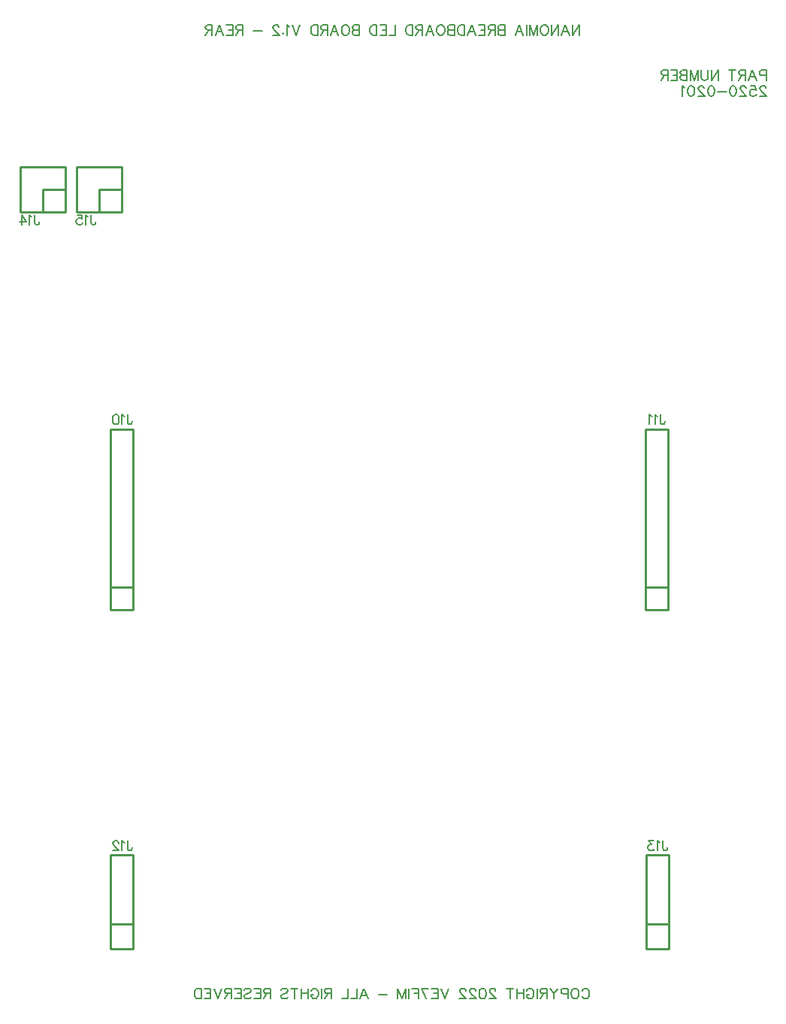
<source format=gbo>
G04 Layer: BottomSilkscreenLayer*
G04 EasyEDA v6.5.34, 2023-09-22 05:33:05*
G04 483193eee7e04f69b81b85979c1b7fa7,5a6b42c53f6a479593ecc07194224c93,10*
G04 Gerber Generator version 0.2*
G04 Scale: 100 percent, Rotated: No, Reflected: No *
G04 Dimensions in millimeters *
G04 leading zeros omitted , absolute positions ,4 integer and 5 decimal *
%FSLAX45Y45*%
%MOMM*%

%ADD10C,0.2032*%
%ADD11C,0.2030*%
%ADD12C,0.1524*%
%ADD13C,0.2540*%

%LPD*%
D10*
X6680200Y11881289D02*
G01*
X6680200Y11766745D01*
X6680200Y11881289D02*
G01*
X6603837Y11766745D01*
X6603837Y11881289D02*
G01*
X6603837Y11766745D01*
X6524200Y11881289D02*
G01*
X6567835Y11766745D01*
X6524200Y11881289D02*
G01*
X6480563Y11766745D01*
X6551472Y11804926D02*
G01*
X6496928Y11804926D01*
X6444564Y11881289D02*
G01*
X6444564Y11766745D01*
X6444564Y11881289D02*
G01*
X6368201Y11766745D01*
X6368201Y11881289D02*
G01*
X6368201Y11766745D01*
X6299474Y11881289D02*
G01*
X6310383Y11875836D01*
X6321290Y11864926D01*
X6326746Y11854017D01*
X6332199Y11837654D01*
X6332199Y11810382D01*
X6326746Y11794017D01*
X6321290Y11783108D01*
X6310383Y11772198D01*
X6299474Y11766745D01*
X6277655Y11766745D01*
X6266746Y11772198D01*
X6255837Y11783108D01*
X6250383Y11794017D01*
X6244927Y11810382D01*
X6244927Y11837654D01*
X6250383Y11854017D01*
X6255837Y11864926D01*
X6266746Y11875836D01*
X6277655Y11881289D01*
X6299474Y11881289D01*
X6208928Y11881289D02*
G01*
X6208928Y11766745D01*
X6208928Y11881289D02*
G01*
X6165291Y11766745D01*
X6121656Y11881289D02*
G01*
X6165291Y11766745D01*
X6121656Y11881289D02*
G01*
X6121656Y11766745D01*
X6085654Y11881289D02*
G01*
X6085654Y11766745D01*
X6006020Y11881289D02*
G01*
X6049655Y11766745D01*
X6006020Y11881289D02*
G01*
X5962383Y11766745D01*
X6033292Y11804926D02*
G01*
X5978745Y11804926D01*
X5842383Y11881289D02*
G01*
X5842383Y11766745D01*
X5842383Y11881289D02*
G01*
X5793292Y11881289D01*
X5776930Y11875836D01*
X5771474Y11870382D01*
X5766020Y11859473D01*
X5766020Y11848564D01*
X5771474Y11837654D01*
X5776930Y11832198D01*
X5793292Y11826745D01*
X5842383Y11826745D02*
G01*
X5793292Y11826745D01*
X5776930Y11821289D01*
X5771474Y11815836D01*
X5766020Y11804926D01*
X5766020Y11788564D01*
X5771474Y11777654D01*
X5776930Y11772198D01*
X5793292Y11766745D01*
X5842383Y11766745D01*
X5730019Y11881289D02*
G01*
X5730019Y11766745D01*
X5730019Y11881289D02*
G01*
X5680928Y11881289D01*
X5664565Y11875836D01*
X5659112Y11870382D01*
X5653656Y11859473D01*
X5653656Y11848564D01*
X5659112Y11837654D01*
X5664565Y11832198D01*
X5680928Y11826745D01*
X5730019Y11826745D01*
X5691837Y11826745D02*
G01*
X5653656Y11766745D01*
X5617657Y11881289D02*
G01*
X5617657Y11766745D01*
X5617657Y11881289D02*
G01*
X5546747Y11881289D01*
X5617657Y11826745D02*
G01*
X5574019Y11826745D01*
X5617657Y11766745D02*
G01*
X5546747Y11766745D01*
X5467111Y11881289D02*
G01*
X5510748Y11766745D01*
X5467111Y11881289D02*
G01*
X5423474Y11766745D01*
X5494383Y11804926D02*
G01*
X5439839Y11804926D01*
X5387474Y11881289D02*
G01*
X5387474Y11766745D01*
X5387474Y11881289D02*
G01*
X5349293Y11881289D01*
X5332930Y11875836D01*
X5322021Y11864926D01*
X5316565Y11854017D01*
X5311112Y11837654D01*
X5311112Y11810382D01*
X5316565Y11794017D01*
X5322021Y11783108D01*
X5332930Y11772198D01*
X5349293Y11766745D01*
X5387474Y11766745D01*
X5275112Y11881289D02*
G01*
X5275112Y11766745D01*
X5275112Y11881289D02*
G01*
X5226022Y11881289D01*
X5209656Y11875836D01*
X5204203Y11870382D01*
X5198747Y11859473D01*
X5198747Y11848564D01*
X5204203Y11837654D01*
X5209656Y11832198D01*
X5226022Y11826745D01*
X5275112Y11826745D02*
G01*
X5226022Y11826745D01*
X5209656Y11821289D01*
X5204203Y11815836D01*
X5198747Y11804926D01*
X5198747Y11788564D01*
X5204203Y11777654D01*
X5209656Y11772198D01*
X5226022Y11766745D01*
X5275112Y11766745D01*
X5130020Y11881289D02*
G01*
X5140929Y11875836D01*
X5151838Y11864926D01*
X5157294Y11854017D01*
X5162748Y11837654D01*
X5162748Y11810382D01*
X5157294Y11794017D01*
X5151838Y11783108D01*
X5140929Y11772198D01*
X5130020Y11766745D01*
X5108204Y11766745D01*
X5097294Y11772198D01*
X5086385Y11783108D01*
X5080929Y11794017D01*
X5075476Y11810382D01*
X5075476Y11837654D01*
X5080929Y11854017D01*
X5086385Y11864926D01*
X5097294Y11875836D01*
X5108204Y11881289D01*
X5130020Y11881289D01*
X4995839Y11881289D02*
G01*
X5039476Y11766745D01*
X4995839Y11881289D02*
G01*
X4952202Y11766745D01*
X5023111Y11804926D02*
G01*
X4968567Y11804926D01*
X4916203Y11881289D02*
G01*
X4916203Y11766745D01*
X4916203Y11881289D02*
G01*
X4867112Y11881289D01*
X4850749Y11875836D01*
X4845293Y11870382D01*
X4839840Y11859473D01*
X4839840Y11848564D01*
X4845293Y11837654D01*
X4850749Y11832198D01*
X4867112Y11826745D01*
X4916203Y11826745D01*
X4878021Y11826745D02*
G01*
X4839840Y11766745D01*
X4803841Y11881289D02*
G01*
X4803841Y11766745D01*
X4803841Y11881289D02*
G01*
X4765657Y11881289D01*
X4749294Y11875836D01*
X4738385Y11864926D01*
X4732931Y11854017D01*
X4727475Y11837654D01*
X4727475Y11810382D01*
X4732931Y11794017D01*
X4738385Y11783108D01*
X4749294Y11772198D01*
X4765657Y11766745D01*
X4803841Y11766745D01*
X4607476Y11881289D02*
G01*
X4607476Y11766745D01*
X4607476Y11766745D02*
G01*
X4542022Y11766745D01*
X4506023Y11881289D02*
G01*
X4506023Y11766745D01*
X4506023Y11881289D02*
G01*
X4435114Y11881289D01*
X4506023Y11826745D02*
G01*
X4462386Y11826745D01*
X4506023Y11766745D02*
G01*
X4435114Y11766745D01*
X4399114Y11881289D02*
G01*
X4399114Y11766745D01*
X4399114Y11881289D02*
G01*
X4360931Y11881289D01*
X4344568Y11875836D01*
X4333659Y11864926D01*
X4328205Y11854017D01*
X4322749Y11837654D01*
X4322749Y11810382D01*
X4328205Y11794017D01*
X4333659Y11783108D01*
X4344568Y11772198D01*
X4360931Y11766745D01*
X4399114Y11766745D01*
X4202750Y11881289D02*
G01*
X4202750Y11766745D01*
X4202750Y11881289D02*
G01*
X4153659Y11881289D01*
X4137296Y11875836D01*
X4131840Y11870382D01*
X4126387Y11859473D01*
X4126387Y11848564D01*
X4131840Y11837654D01*
X4137296Y11832198D01*
X4153659Y11826745D01*
X4202750Y11826745D02*
G01*
X4153659Y11826745D01*
X4137296Y11821289D01*
X4131840Y11815836D01*
X4126387Y11804926D01*
X4126387Y11788564D01*
X4131840Y11777654D01*
X4137296Y11772198D01*
X4153659Y11766745D01*
X4202750Y11766745D01*
X4057660Y11881289D02*
G01*
X4068569Y11875836D01*
X4079478Y11864926D01*
X4084932Y11854017D01*
X4090388Y11837654D01*
X4090388Y11810382D01*
X4084932Y11794017D01*
X4079478Y11783108D01*
X4068569Y11772198D01*
X4057660Y11766745D01*
X4035841Y11766745D01*
X4024932Y11772198D01*
X4014022Y11783108D01*
X4008569Y11794017D01*
X4003113Y11810382D01*
X4003113Y11837654D01*
X4008569Y11854017D01*
X4014022Y11864926D01*
X4024932Y11875836D01*
X4035841Y11881289D01*
X4057660Y11881289D01*
X3923477Y11881289D02*
G01*
X3967114Y11766745D01*
X3923477Y11881289D02*
G01*
X3879842Y11766745D01*
X3950751Y11804926D02*
G01*
X3896205Y11804926D01*
X3843842Y11881289D02*
G01*
X3843842Y11766745D01*
X3843842Y11881289D02*
G01*
X3794752Y11881289D01*
X3778387Y11875836D01*
X3772933Y11870382D01*
X3767477Y11859473D01*
X3767477Y11848564D01*
X3772933Y11837654D01*
X3778387Y11832198D01*
X3794752Y11826745D01*
X3843842Y11826745D01*
X3805659Y11826745D02*
G01*
X3767477Y11766745D01*
X3731478Y11881289D02*
G01*
X3731478Y11766745D01*
X3731478Y11881289D02*
G01*
X3693297Y11881289D01*
X3676934Y11875836D01*
X3666025Y11864926D01*
X3660569Y11854017D01*
X3655115Y11837654D01*
X3655115Y11810382D01*
X3660569Y11794017D01*
X3666025Y11783108D01*
X3676934Y11772198D01*
X3693297Y11766745D01*
X3731478Y11766745D01*
X3535116Y11881289D02*
G01*
X3491478Y11766745D01*
X3447841Y11881289D02*
G01*
X3491478Y11766745D01*
X3411842Y11859473D02*
G01*
X3400933Y11864926D01*
X3384570Y11881289D01*
X3384570Y11766745D01*
X3343114Y11794017D02*
G01*
X3348570Y11788564D01*
X3343114Y11783108D01*
X3337661Y11788564D01*
X3343114Y11794017D01*
X3296206Y11854017D02*
G01*
X3296206Y11859473D01*
X3290752Y11870382D01*
X3285296Y11875836D01*
X3274387Y11881289D01*
X3252571Y11881289D01*
X3241662Y11875836D01*
X3236206Y11870382D01*
X3230752Y11859473D01*
X3230752Y11848564D01*
X3236206Y11837654D01*
X3247115Y11821289D01*
X3301662Y11766745D01*
X3225297Y11766745D01*
X3105297Y11815836D02*
G01*
X3007116Y11815836D01*
X2887116Y11881289D02*
G01*
X2887116Y11766745D01*
X2887116Y11881289D02*
G01*
X2838025Y11881289D01*
X2821663Y11875836D01*
X2816207Y11870382D01*
X2810753Y11859473D01*
X2810753Y11848564D01*
X2816207Y11837654D01*
X2821663Y11832198D01*
X2838025Y11826745D01*
X2887116Y11826745D01*
X2848935Y11826745D02*
G01*
X2810753Y11766745D01*
X2774754Y11881289D02*
G01*
X2774754Y11766745D01*
X2774754Y11881289D02*
G01*
X2703845Y11881289D01*
X2774754Y11826745D02*
G01*
X2731117Y11826745D01*
X2774754Y11766745D02*
G01*
X2703845Y11766745D01*
X2624208Y11881289D02*
G01*
X2667843Y11766745D01*
X2624208Y11881289D02*
G01*
X2580571Y11766745D01*
X2651480Y11804926D02*
G01*
X2596936Y11804926D01*
X2544572Y11881289D02*
G01*
X2544572Y11766745D01*
X2544572Y11881289D02*
G01*
X2495481Y11881289D01*
X2479118Y11875836D01*
X2473662Y11870382D01*
X2468209Y11859473D01*
X2468209Y11848564D01*
X2473662Y11837654D01*
X2479118Y11832198D01*
X2495481Y11826745D01*
X2544572Y11826745D01*
X2506390Y11826745D02*
G01*
X2468209Y11766745D01*
X8788400Y11373289D02*
G01*
X8788400Y11258745D01*
X8788400Y11373289D02*
G01*
X8739309Y11373289D01*
X8722946Y11367836D01*
X8717490Y11362382D01*
X8712037Y11351473D01*
X8712037Y11335108D01*
X8717490Y11324199D01*
X8722946Y11318745D01*
X8739309Y11313289D01*
X8788400Y11313289D01*
X8632400Y11373289D02*
G01*
X8676035Y11258745D01*
X8632400Y11373289D02*
G01*
X8588763Y11258745D01*
X8659672Y11296926D02*
G01*
X8605128Y11296926D01*
X8552764Y11373289D02*
G01*
X8552764Y11258745D01*
X8552764Y11373289D02*
G01*
X8503673Y11373289D01*
X8487310Y11367836D01*
X8481855Y11362382D01*
X8476400Y11351473D01*
X8476400Y11340564D01*
X8481855Y11329654D01*
X8487310Y11324199D01*
X8503673Y11318745D01*
X8552764Y11318745D01*
X8514582Y11318745D02*
G01*
X8476400Y11258745D01*
X8402218Y11373289D02*
G01*
X8402218Y11258745D01*
X8440400Y11373289D02*
G01*
X8364037Y11373289D01*
X8244037Y11373289D02*
G01*
X8244037Y11258745D01*
X8244037Y11373289D02*
G01*
X8167674Y11258745D01*
X8167674Y11373289D02*
G01*
X8167674Y11258745D01*
X8131672Y11373289D02*
G01*
X8131672Y11291473D01*
X8126219Y11275108D01*
X8115310Y11264199D01*
X8098947Y11258745D01*
X8088038Y11258745D01*
X8071672Y11264199D01*
X8060766Y11275108D01*
X8055310Y11291473D01*
X8055310Y11373289D01*
X8019310Y11373289D02*
G01*
X8019310Y11258745D01*
X8019310Y11373289D02*
G01*
X7975673Y11258745D01*
X7932038Y11373289D02*
G01*
X7975673Y11258745D01*
X7932038Y11373289D02*
G01*
X7932038Y11258745D01*
X7896037Y11373289D02*
G01*
X7896037Y11258745D01*
X7896037Y11373289D02*
G01*
X7846946Y11373289D01*
X7830583Y11367836D01*
X7825130Y11362382D01*
X7819674Y11351473D01*
X7819674Y11340564D01*
X7825130Y11329654D01*
X7830583Y11324199D01*
X7846946Y11318745D01*
X7896037Y11318745D02*
G01*
X7846946Y11318745D01*
X7830583Y11313289D01*
X7825130Y11307836D01*
X7819674Y11296926D01*
X7819674Y11280564D01*
X7825130Y11269654D01*
X7830583Y11264199D01*
X7846946Y11258745D01*
X7896037Y11258745D01*
X7783675Y11373289D02*
G01*
X7783675Y11258745D01*
X7783675Y11373289D02*
G01*
X7712765Y11373289D01*
X7783675Y11318745D02*
G01*
X7740037Y11318745D01*
X7783675Y11258745D02*
G01*
X7712765Y11258745D01*
X7676766Y11373289D02*
G01*
X7676766Y11258745D01*
X7676766Y11373289D02*
G01*
X7627675Y11373289D01*
X7611310Y11367836D01*
X7605857Y11362382D01*
X7600401Y11351473D01*
X7600401Y11340564D01*
X7605857Y11329654D01*
X7611310Y11324199D01*
X7627675Y11318745D01*
X7676766Y11318745D01*
X7638585Y11318745D02*
G01*
X7600401Y11258745D01*
D11*
X6712706Y1003543D02*
G01*
X6718162Y1014453D01*
X6729069Y1025362D01*
X6739978Y1030818D01*
X6761797Y1030818D01*
X6772706Y1025362D01*
X6783616Y1014453D01*
X6789072Y1003543D01*
X6794525Y987181D01*
X6794525Y959909D01*
X6789072Y943543D01*
X6783616Y932634D01*
X6772706Y921725D01*
X6761797Y916271D01*
X6739978Y916271D01*
X6729069Y921725D01*
X6718162Y932634D01*
X6712706Y943543D01*
X6643979Y1030818D02*
G01*
X6654888Y1025362D01*
X6665798Y1014453D01*
X6671251Y1003543D01*
X6676707Y987181D01*
X6676707Y959909D01*
X6671251Y943543D01*
X6665798Y932634D01*
X6654888Y921725D01*
X6643979Y916271D01*
X6622161Y916271D01*
X6611251Y921725D01*
X6600342Y932634D01*
X6594889Y943543D01*
X6589435Y959909D01*
X6589435Y987181D01*
X6594889Y1003543D01*
X6600342Y1014453D01*
X6611251Y1025362D01*
X6622161Y1030818D01*
X6643979Y1030818D01*
X6553433Y1030818D02*
G01*
X6553433Y916271D01*
X6553433Y1030818D02*
G01*
X6504343Y1030818D01*
X6487980Y1025362D01*
X6482524Y1019909D01*
X6477071Y1008999D01*
X6477071Y992634D01*
X6482524Y981725D01*
X6487980Y976271D01*
X6504343Y970818D01*
X6553433Y970818D01*
X6441071Y1030818D02*
G01*
X6397434Y976271D01*
X6397434Y916271D01*
X6353797Y1030818D02*
G01*
X6397434Y976271D01*
X6317797Y1030818D02*
G01*
X6317797Y916271D01*
X6317797Y1030818D02*
G01*
X6268707Y1030818D01*
X6252344Y1025362D01*
X6246888Y1019909D01*
X6241435Y1008999D01*
X6241435Y998090D01*
X6246888Y987181D01*
X6252344Y981725D01*
X6268707Y976271D01*
X6317797Y976271D01*
X6279616Y976271D02*
G01*
X6241435Y916271D01*
X6205433Y1030818D02*
G01*
X6205433Y916271D01*
X6087615Y1003543D02*
G01*
X6093071Y1014453D01*
X6103980Y1025362D01*
X6114889Y1030818D01*
X6136706Y1030818D01*
X6147615Y1025362D01*
X6158524Y1014453D01*
X6163980Y1003543D01*
X6169433Y987181D01*
X6169433Y959909D01*
X6163980Y943543D01*
X6158524Y932634D01*
X6147615Y921725D01*
X6136706Y916271D01*
X6114889Y916271D01*
X6103980Y921725D01*
X6093071Y932634D01*
X6087615Y943543D01*
X6087615Y959909D01*
X6114889Y959909D02*
G01*
X6087615Y959909D01*
X6051616Y1030818D02*
G01*
X6051616Y916271D01*
X5975253Y1030818D02*
G01*
X5975253Y916271D01*
X6051616Y976271D02*
G01*
X5975253Y976271D01*
X5901070Y1030818D02*
G01*
X5901070Y916271D01*
X5939251Y1030818D02*
G01*
X5862888Y1030818D01*
X5737433Y1003543D02*
G01*
X5737433Y1008999D01*
X5731979Y1019909D01*
X5726526Y1025362D01*
X5715617Y1030818D01*
X5693798Y1030818D01*
X5682889Y1025362D01*
X5677433Y1019909D01*
X5671980Y1008999D01*
X5671980Y998090D01*
X5677433Y987181D01*
X5688342Y970818D01*
X5742889Y916271D01*
X5666526Y916271D01*
X5597799Y1030818D02*
G01*
X5614161Y1025362D01*
X5625071Y1008999D01*
X5630524Y981725D01*
X5630524Y965362D01*
X5625071Y938090D01*
X5614161Y921725D01*
X5597799Y916271D01*
X5586890Y916271D01*
X5570524Y921725D01*
X5559615Y938090D01*
X5554162Y965362D01*
X5554162Y981725D01*
X5559615Y1008999D01*
X5570524Y1025362D01*
X5586890Y1030818D01*
X5597799Y1030818D01*
X5512706Y1003543D02*
G01*
X5512706Y1008999D01*
X5507253Y1019909D01*
X5501797Y1025362D01*
X5490888Y1030818D01*
X5469072Y1030818D01*
X5458162Y1025362D01*
X5452706Y1019909D01*
X5447253Y1008999D01*
X5447253Y998090D01*
X5452706Y987181D01*
X5463616Y970818D01*
X5518162Y916271D01*
X5441797Y916271D01*
X5400344Y1003543D02*
G01*
X5400344Y1008999D01*
X5394888Y1019909D01*
X5389435Y1025362D01*
X5378526Y1030818D01*
X5356707Y1030818D01*
X5345798Y1025362D01*
X5340342Y1019909D01*
X5334888Y1008999D01*
X5334888Y998090D01*
X5340342Y987181D01*
X5351251Y970818D01*
X5405798Y916271D01*
X5329435Y916271D01*
X5209433Y1030818D02*
G01*
X5165798Y916271D01*
X5122161Y1030818D02*
G01*
X5165798Y916271D01*
X5086162Y1030818D02*
G01*
X5086162Y916271D01*
X5086162Y1030818D02*
G01*
X5015252Y1030818D01*
X5086162Y976271D02*
G01*
X5042524Y976271D01*
X5086162Y916271D02*
G01*
X5015252Y916271D01*
X4902888Y1030818D02*
G01*
X4957434Y916271D01*
X4979253Y1030818D02*
G01*
X4902888Y1030818D01*
X4866888Y1030818D02*
G01*
X4866888Y916271D01*
X4866888Y1030818D02*
G01*
X4795979Y1030818D01*
X4866888Y976271D02*
G01*
X4823251Y976271D01*
X4759980Y1030818D02*
G01*
X4759980Y916271D01*
X4723980Y1030818D02*
G01*
X4723980Y916271D01*
X4723980Y1030818D02*
G01*
X4680343Y916271D01*
X4636706Y1030818D02*
G01*
X4680343Y916271D01*
X4636706Y1030818D02*
G01*
X4636706Y916271D01*
X4516706Y965362D02*
G01*
X4418525Y965362D01*
X4254888Y1030818D02*
G01*
X4298525Y916271D01*
X4254888Y1030818D02*
G01*
X4211251Y916271D01*
X4282160Y954453D02*
G01*
X4227616Y954453D01*
X4175252Y1030818D02*
G01*
X4175252Y916271D01*
X4175252Y916271D02*
G01*
X4109798Y916271D01*
X4073799Y1030818D02*
G01*
X4073799Y916271D01*
X4073799Y916271D02*
G01*
X4008343Y916271D01*
X3888343Y1030818D02*
G01*
X3888343Y916271D01*
X3888343Y1030818D02*
G01*
X3839253Y1030818D01*
X3822887Y1025362D01*
X3817434Y1019909D01*
X3811981Y1008999D01*
X3811981Y998090D01*
X3817434Y987181D01*
X3822887Y981725D01*
X3839253Y976271D01*
X3888343Y976271D01*
X3850162Y976271D02*
G01*
X3811981Y916271D01*
X3775979Y1030818D02*
G01*
X3775979Y916271D01*
X3658161Y1003543D02*
G01*
X3663617Y1014453D01*
X3674526Y1025362D01*
X3685433Y1030818D01*
X3707251Y1030818D01*
X3718161Y1025362D01*
X3729070Y1014453D01*
X3734526Y1003543D01*
X3739979Y987181D01*
X3739979Y959909D01*
X3734526Y943543D01*
X3729070Y932634D01*
X3718161Y921725D01*
X3707251Y916271D01*
X3685433Y916271D01*
X3674526Y921725D01*
X3663617Y932634D01*
X3658161Y943543D01*
X3658161Y959909D01*
X3685433Y959909D02*
G01*
X3658161Y959909D01*
X3622161Y1030818D02*
G01*
X3622161Y916271D01*
X3545799Y1030818D02*
G01*
X3545799Y916271D01*
X3622161Y976271D02*
G01*
X3545799Y976271D01*
X3471616Y1030818D02*
G01*
X3471616Y916271D01*
X3509797Y1030818D02*
G01*
X3433434Y1030818D01*
X3321070Y1014453D02*
G01*
X3331979Y1025362D01*
X3348344Y1030818D01*
X3370160Y1030818D01*
X3386526Y1025362D01*
X3397435Y1014453D01*
X3397435Y1003543D01*
X3391979Y992634D01*
X3386526Y987181D01*
X3375616Y981725D01*
X3342888Y970818D01*
X3331979Y965362D01*
X3326526Y959909D01*
X3321070Y948999D01*
X3321070Y932634D01*
X3331979Y921725D01*
X3348344Y916271D01*
X3370160Y916271D01*
X3386526Y921725D01*
X3397435Y932634D01*
X3201070Y1030818D02*
G01*
X3201070Y916271D01*
X3201070Y1030818D02*
G01*
X3151979Y1030818D01*
X3135617Y1025362D01*
X3130161Y1019909D01*
X3124708Y1008999D01*
X3124708Y998090D01*
X3130161Y987181D01*
X3135617Y981725D01*
X3151979Y976271D01*
X3201070Y976271D01*
X3162889Y976271D02*
G01*
X3124708Y916271D01*
X3088706Y1030818D02*
G01*
X3088706Y916271D01*
X3088706Y1030818D02*
G01*
X3017796Y1030818D01*
X3088706Y976271D02*
G01*
X3045071Y976271D01*
X3088706Y916271D02*
G01*
X3017796Y916271D01*
X2905434Y1014453D02*
G01*
X2916344Y1025362D01*
X2932706Y1030818D01*
X2954525Y1030818D01*
X2970888Y1025362D01*
X2981797Y1014453D01*
X2981797Y1003543D01*
X2976344Y992634D01*
X2970888Y987181D01*
X2959978Y981725D01*
X2927253Y970818D01*
X2916344Y965362D01*
X2910888Y959909D01*
X2905434Y948999D01*
X2905434Y932634D01*
X2916344Y921725D01*
X2932706Y916271D01*
X2954525Y916271D01*
X2970888Y921725D01*
X2981797Y932634D01*
X2869435Y1030818D02*
G01*
X2869435Y916271D01*
X2869435Y1030818D02*
G01*
X2798526Y1030818D01*
X2869435Y976271D02*
G01*
X2825798Y976271D01*
X2869435Y916271D02*
G01*
X2798526Y916271D01*
X2762524Y1030818D02*
G01*
X2762524Y916271D01*
X2762524Y1030818D02*
G01*
X2713433Y1030818D01*
X2697071Y1025362D01*
X2691615Y1019909D01*
X2686161Y1008999D01*
X2686161Y998090D01*
X2691615Y987181D01*
X2697071Y981725D01*
X2713433Y976271D01*
X2762524Y976271D01*
X2724343Y976271D02*
G01*
X2686161Y916271D01*
X2650162Y1030818D02*
G01*
X2606525Y916271D01*
X2562887Y1030818D02*
G01*
X2606525Y916271D01*
X2526888Y1030818D02*
G01*
X2526888Y916271D01*
X2526888Y1030818D02*
G01*
X2455979Y1030818D01*
X2526888Y976271D02*
G01*
X2483253Y976271D01*
X2526888Y916271D02*
G01*
X2455979Y916271D01*
X2419979Y1030818D02*
G01*
X2419979Y916271D01*
X2419979Y1030818D02*
G01*
X2381798Y1030818D01*
X2365433Y1025362D01*
X2354526Y1014453D01*
X2349070Y1003543D01*
X2343617Y987181D01*
X2343617Y959909D01*
X2349070Y943543D01*
X2354526Y932634D01*
X2365433Y921725D01*
X2381798Y916271D01*
X2419979Y916271D01*
D10*
X8782946Y11168217D02*
G01*
X8782946Y11173673D01*
X8777490Y11184582D01*
X8772037Y11190036D01*
X8761128Y11195489D01*
X8739309Y11195489D01*
X8728400Y11190036D01*
X8722946Y11184582D01*
X8717490Y11173673D01*
X8717490Y11162764D01*
X8722946Y11151854D01*
X8733853Y11135489D01*
X8788400Y11080945D01*
X8712037Y11080945D01*
X8610582Y11195489D02*
G01*
X8665128Y11195489D01*
X8670582Y11146399D01*
X8665128Y11151854D01*
X8648763Y11157308D01*
X8632400Y11157308D01*
X8616035Y11151854D01*
X8605128Y11140945D01*
X8599672Y11124582D01*
X8599672Y11113673D01*
X8605128Y11097308D01*
X8616035Y11086399D01*
X8632400Y11080945D01*
X8648763Y11080945D01*
X8665128Y11086399D01*
X8670582Y11091854D01*
X8676035Y11102764D01*
X8558217Y11168217D02*
G01*
X8558217Y11173673D01*
X8552764Y11184582D01*
X8547310Y11190036D01*
X8536400Y11195489D01*
X8514582Y11195489D01*
X8503673Y11190036D01*
X8498217Y11184582D01*
X8492764Y11173673D01*
X8492764Y11162764D01*
X8498217Y11151854D01*
X8509127Y11135489D01*
X8563673Y11080945D01*
X8487310Y11080945D01*
X8418583Y11195489D02*
G01*
X8434946Y11190036D01*
X8445855Y11173673D01*
X8451308Y11146399D01*
X8451308Y11130036D01*
X8445855Y11102764D01*
X8434946Y11086399D01*
X8418583Y11080945D01*
X8407674Y11080945D01*
X8391309Y11086399D01*
X8380399Y11102764D01*
X8374946Y11130036D01*
X8374946Y11146399D01*
X8380399Y11173673D01*
X8391309Y11190036D01*
X8407674Y11195489D01*
X8418583Y11195489D01*
X8338947Y11130036D02*
G01*
X8240765Y11130036D01*
X8172038Y11195489D02*
G01*
X8188401Y11190036D01*
X8199310Y11173673D01*
X8204763Y11146399D01*
X8204763Y11130036D01*
X8199310Y11102764D01*
X8188401Y11086399D01*
X8172038Y11080945D01*
X8161129Y11080945D01*
X8144763Y11086399D01*
X8133854Y11102764D01*
X8128401Y11130036D01*
X8128401Y11146399D01*
X8133854Y11173673D01*
X8144763Y11190036D01*
X8161129Y11195489D01*
X8172038Y11195489D01*
X8086945Y11168217D02*
G01*
X8086945Y11173673D01*
X8081492Y11184582D01*
X8076036Y11190036D01*
X8065129Y11195489D01*
X8043311Y11195489D01*
X8032402Y11190036D01*
X8026946Y11184582D01*
X8021492Y11173673D01*
X8021492Y11162764D01*
X8026946Y11151854D01*
X8037855Y11135489D01*
X8092401Y11080945D01*
X8016036Y11080945D01*
X7947312Y11195489D02*
G01*
X7963674Y11190036D01*
X7974584Y11173673D01*
X7980037Y11146399D01*
X7980037Y11130036D01*
X7974584Y11102764D01*
X7963674Y11086399D01*
X7947312Y11080945D01*
X7936402Y11080945D01*
X7920037Y11086399D01*
X7909128Y11102764D01*
X7903674Y11130036D01*
X7903674Y11146399D01*
X7909128Y11173673D01*
X7920037Y11190036D01*
X7936402Y11195489D01*
X7947312Y11195489D01*
X7867675Y11173673D02*
G01*
X7856766Y11179126D01*
X7840400Y11195489D01*
X7840400Y11080945D01*
D12*
X1179944Y9741938D02*
G01*
X1179944Y9658812D01*
X1185141Y9643224D01*
X1190335Y9638029D01*
X1200726Y9632835D01*
X1211117Y9632835D01*
X1221508Y9638029D01*
X1226705Y9643224D01*
X1231900Y9658812D01*
X1231900Y9669203D01*
X1145654Y9721156D02*
G01*
X1135265Y9726353D01*
X1119677Y9741938D01*
X1119677Y9632835D01*
X1023043Y9741938D02*
G01*
X1074996Y9741938D01*
X1080193Y9695179D01*
X1074996Y9700374D01*
X1059411Y9705571D01*
X1043825Y9705571D01*
X1028237Y9700374D01*
X1017846Y9689985D01*
X1012652Y9674397D01*
X1012652Y9664006D01*
X1017846Y9648421D01*
X1028237Y9638029D01*
X1043825Y9632835D01*
X1059411Y9632835D01*
X1074996Y9638029D01*
X1080193Y9643224D01*
X1085387Y9653615D01*
X544944Y9741938D02*
G01*
X544944Y9658812D01*
X550141Y9643224D01*
X555335Y9638029D01*
X565726Y9632835D01*
X576117Y9632835D01*
X586508Y9638029D01*
X591705Y9643224D01*
X596900Y9658812D01*
X596900Y9669203D01*
X510654Y9721156D02*
G01*
X500265Y9726353D01*
X484677Y9741938D01*
X484677Y9632835D01*
X398434Y9741938D02*
G01*
X450387Y9669203D01*
X372455Y9669203D01*
X398434Y9741938D02*
G01*
X398434Y9632835D01*
X7622374Y2693438D02*
G01*
X7622374Y2610312D01*
X7627571Y2594724D01*
X7632766Y2589529D01*
X7643157Y2584335D01*
X7653548Y2584335D01*
X7663939Y2589529D01*
X7669136Y2594724D01*
X7674330Y2610312D01*
X7674330Y2620703D01*
X7588084Y2672656D02*
G01*
X7577696Y2677853D01*
X7562108Y2693438D01*
X7562108Y2584335D01*
X7517427Y2693438D02*
G01*
X7460277Y2693438D01*
X7491450Y2651874D01*
X7475865Y2651874D01*
X7465474Y2646679D01*
X7460277Y2641485D01*
X7455082Y2625897D01*
X7455082Y2615506D01*
X7460277Y2599921D01*
X7470668Y2589529D01*
X7486256Y2584335D01*
X7501841Y2584335D01*
X7517427Y2589529D01*
X7522624Y2594724D01*
X7527818Y2605115D01*
X7593444Y7494038D02*
G01*
X7593444Y7410912D01*
X7598641Y7395324D01*
X7603835Y7390129D01*
X7614226Y7384935D01*
X7624617Y7384935D01*
X7635008Y7390129D01*
X7640205Y7395324D01*
X7645400Y7410912D01*
X7645400Y7421303D01*
X7559154Y7473256D02*
G01*
X7548765Y7478453D01*
X7533177Y7494038D01*
X7533177Y7384935D01*
X7498887Y7473256D02*
G01*
X7488496Y7478453D01*
X7472911Y7494038D01*
X7472911Y7384935D01*
X1589844Y7494038D02*
G01*
X1589844Y7410912D01*
X1595041Y7395324D01*
X1600235Y7390129D01*
X1610626Y7384935D01*
X1621017Y7384935D01*
X1631408Y7390129D01*
X1636605Y7395324D01*
X1641800Y7410912D01*
X1641800Y7421303D01*
X1555554Y7473256D02*
G01*
X1545165Y7478453D01*
X1529577Y7494038D01*
X1529577Y7384935D01*
X1464114Y7494038D02*
G01*
X1479702Y7488844D01*
X1490093Y7473256D01*
X1495287Y7447279D01*
X1495287Y7431694D01*
X1490093Y7405715D01*
X1479702Y7390129D01*
X1464114Y7384935D01*
X1453725Y7384935D01*
X1438137Y7390129D01*
X1427746Y7405715D01*
X1422552Y7431694D01*
X1422552Y7447279D01*
X1427746Y7473256D01*
X1438137Y7488844D01*
X1453725Y7494038D01*
X1464114Y7494038D01*
X1589844Y2693438D02*
G01*
X1589844Y2610312D01*
X1595043Y2594724D01*
X1600238Y2589529D01*
X1610629Y2584335D01*
X1621017Y2584335D01*
X1631411Y2589529D01*
X1636608Y2594724D01*
X1641802Y2610312D01*
X1641802Y2620703D01*
X1555556Y2672656D02*
G01*
X1545165Y2677853D01*
X1529580Y2693438D01*
X1529580Y2584335D01*
X1490096Y2667462D02*
G01*
X1490096Y2672656D01*
X1484899Y2683047D01*
X1479704Y2688244D01*
X1469313Y2693438D01*
X1448531Y2693438D01*
X1438140Y2688244D01*
X1432946Y2683047D01*
X1427749Y2672656D01*
X1427749Y2662265D01*
X1432946Y2651874D01*
X1443337Y2636288D01*
X1495290Y2584335D01*
X1422554Y2584335D01*
D13*
X1524000Y10287000D02*
G01*
X1016000Y10287000D01*
X1016000Y9779000D01*
X1524000Y9779000D01*
X1524000Y10287000D01*
X1524000Y10033000D02*
G01*
X1270000Y10033000D01*
X1270000Y9779000D01*
X889000Y10287000D02*
G01*
X381000Y10287000D01*
X381000Y9779000D01*
X889000Y9779000D01*
X889000Y10287000D01*
X889000Y10033000D02*
G01*
X635000Y10033000D01*
X635000Y9779000D01*
X7687033Y2535598D02*
G01*
X7433033Y2535598D01*
X7687033Y1477596D02*
G01*
X7687033Y2535598D01*
X7687033Y1754949D02*
G01*
X7433033Y1754949D01*
X7433033Y1477596D02*
G01*
X7433033Y2535598D01*
X7687033Y1477596D02*
G01*
X7433033Y1477596D01*
X7679895Y7327884D02*
G01*
X7425895Y7327884D01*
X7425895Y5295889D01*
X7679895Y5295889D01*
X7679895Y7327884D01*
X7679895Y5552239D02*
G01*
X7425895Y5552239D01*
X1654497Y7327884D02*
G01*
X1400497Y7327884D01*
X1400497Y5295889D01*
X1654497Y5295889D01*
X1654497Y7327884D01*
X1654497Y5552239D02*
G01*
X1400497Y5552239D01*
X1654497Y2535600D02*
G01*
X1400497Y2535600D01*
X1654497Y1477599D02*
G01*
X1654497Y2535600D01*
X1654497Y1754952D02*
G01*
X1400497Y1754952D01*
X1400497Y1477599D02*
G01*
X1400497Y2535600D01*
X1654497Y1477599D02*
G01*
X1400497Y1477599D01*
M02*

</source>
